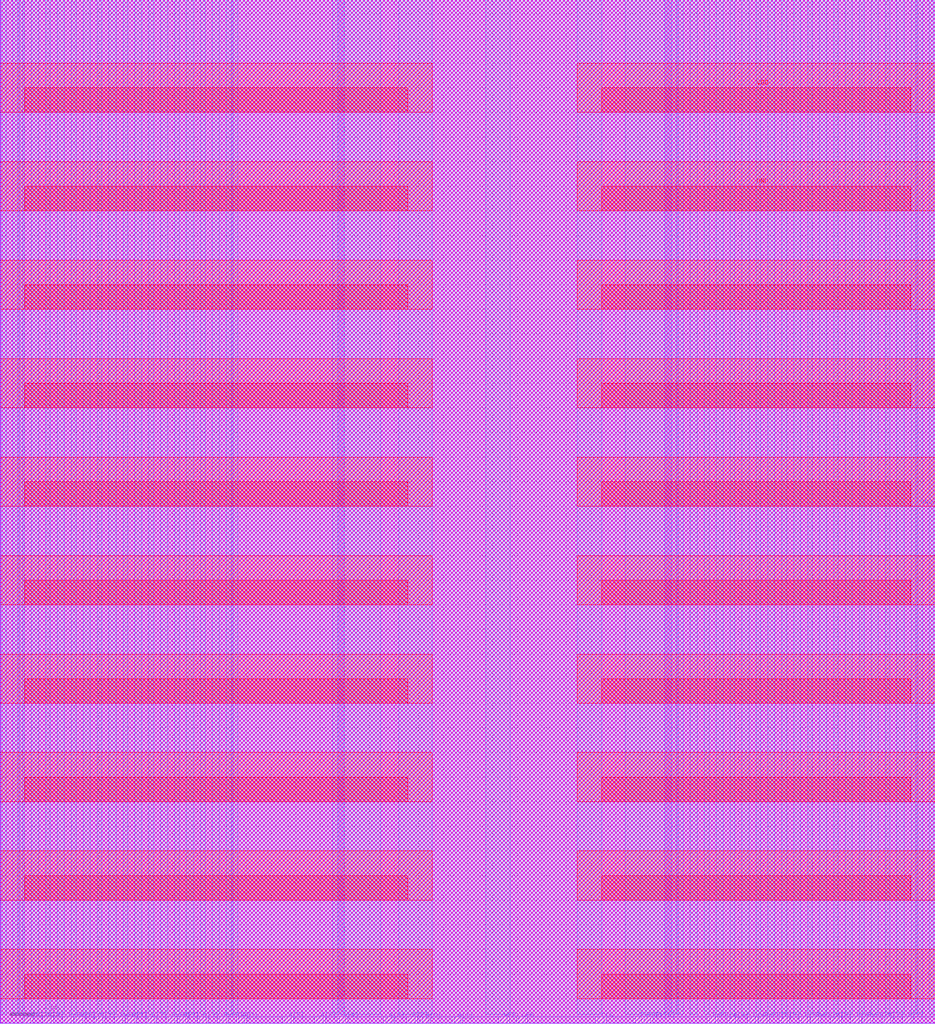
<source format=lef>
# Created by MC2 : Version 2006.09.01.d on 2024/04/08, 13:51:02

###############################################################################
#        Software       : TSMC MEMORY COMPILER 2006.09.01.d
#        Technology     : 65 nm CMOS LOGIC Low Power LowK Cu 1P9M 1.2
#                         Mix-vt logic, High-vt SRAM
#        Memory Type    : TSMC 65nm low power SP SRAM Without Redundancy
#        Library Name   : ts1n65lpa256x8m4
#        Library Version: 140a
#        Generated Time : 2024/04/08, 13:51:00
###############################################################################
#
#STATEMENT OF USE
#
#This information contains confidential and proprietary information of TSMC.
#No part of this information may be reproduced, transmitted, transcribed,
#stored in a retrieval system, or translated into any human or computer
#language, in any form or by any means, electronic, mechanical, magnetic,
#optical, chemical, manual, or otherwise, without the prior written permission
#of TSMC. This information was prepared for informational purpose and is for
#use by TSMC's customers only. TSMC reserves the right to make changes in the
#information at any time and without notice.
#
###############################################################################
 
MACRO TS1N65LPA256X8M4
	CLASS BLOCK ;
	FOREIGN TS1N65LPA256X8M4 0.0 0.0 ;
	ORIGIN 0.0 0.0 ;
	SIZE 75.965 BY 83.155 ;
	SYMMETRY X Y R90 ;

	PIN A[0]
		DIRECTION INPUT ;
		USE SIGNAL ;
		PORT
			LAYER M3 ;
			RECT 34.275 0.000 34.795 0.520 ;
			LAYER M1 ;
			RECT 34.275 0.000 34.795 0.520 ;
			LAYER M2 ;
			RECT 34.275 0.000 34.795 0.520 ;
		END
	END A[0]

	PIN A[1]
		DIRECTION INPUT ;
		USE SIGNAL ;
		PORT
			LAYER M2 ;
			RECT 36.875 0.000 37.395 0.520 ;
			LAYER M3 ;
			RECT 36.875 0.000 37.395 0.520 ;
			LAYER M1 ;
			RECT 36.875 0.000 37.395 0.520 ;
		END
	END A[1]

	PIN A[2]
		DIRECTION INPUT ;
		USE SIGNAL ;
		PORT
			LAYER M1 ;
			RECT 33.190 0.000 33.710 0.520 ;
			LAYER M3 ;
			RECT 33.190 0.000 33.710 0.520 ;
			LAYER M2 ;
			RECT 33.190 0.000 33.710 0.520 ;
		END
	END A[2]

	PIN A[3]
		DIRECTION INPUT ;
		USE SIGNAL ;
		PORT
			LAYER M2 ;
			RECT 31.310 0.000 31.830 0.520 ;
			LAYER M3 ;
			RECT 31.310 0.000 31.830 0.520 ;
			LAYER M1 ;
			RECT 31.310 0.000 31.830 0.520 ;
		END
	END A[3]

	PIN A[4]
		DIRECTION INPUT ;
		USE SIGNAL ;
		PORT
			LAYER M3 ;
			RECT 27.550 0.000 28.070 0.520 ;
			LAYER M2 ;
			RECT 27.550 0.000 28.070 0.520 ;
			LAYER M1 ;
			RECT 27.550 0.000 28.070 0.520 ;
		END
	END A[4]

	PIN A[5]
		DIRECTION INPUT ;
		USE SIGNAL ;
		PORT
			LAYER M1 ;
			RECT 23.120 0.000 23.640 0.520 ;
			LAYER M3 ;
			RECT 23.120 0.000 23.640 0.520 ;
			LAYER M2 ;
			RECT 23.120 0.000 23.640 0.520 ;
		END
	END A[5]

	PIN A[6]
		DIRECTION INPUT ;
		USE SIGNAL ;
		PORT
			LAYER M2 ;
			RECT 25.720 0.000 26.240 0.520 ;
			LAYER M1 ;
			RECT 25.720 0.000 26.240 0.520 ;
			LAYER M3 ;
			RECT 25.720 0.000 26.240 0.520 ;
		END
	END A[6]

	PIN A[7]
		DIRECTION INPUT ;
		USE SIGNAL ;
		PORT
			LAYER M2 ;
			RECT 19.360 0.000 19.880 0.520 ;
			LAYER M3 ;
			RECT 19.360 0.000 19.880 0.520 ;
			LAYER M1 ;
			RECT 19.360 0.000 19.880 0.520 ;
		END
	END A[7]

	PIN BWEB[0]
		DIRECTION INPUT ;
		USE SIGNAL ;
		PORT
			LAYER M3 ;
			RECT 5.250 0.000 5.770 0.520 ;
			LAYER M2 ;
			RECT 5.250 0.000 5.770 0.520 ;
			LAYER M1 ;
			RECT 5.250 0.000 5.770 0.520 ;
		END
	END BWEB[0]

	PIN BWEB[1]
		DIRECTION INPUT ;
		USE SIGNAL ;
		PORT
			LAYER M2 ;
			RECT 9.450 0.000 9.970 0.520 ;
			LAYER M1 ;
			RECT 9.450 0.000 9.970 0.520 ;
			LAYER M3 ;
			RECT 9.450 0.000 9.970 0.520 ;
		END
	END BWEB[1]

	PIN BWEB[2]
		DIRECTION INPUT ;
		USE SIGNAL ;
		PORT
			LAYER M2 ;
			RECT 13.650 0.000 14.170 0.520 ;
			LAYER M1 ;
			RECT 13.650 0.000 14.170 0.520 ;
			LAYER M3 ;
			RECT 13.650 0.000 14.170 0.520 ;
		END
	END BWEB[2]

	PIN BWEB[3]
		DIRECTION INPUT ;
		USE SIGNAL ;
		PORT
			LAYER M3 ;
			RECT 17.850 0.000 18.370 0.520 ;
			LAYER M1 ;
			RECT 17.850 0.000 18.370 0.520 ;
			LAYER M2 ;
			RECT 17.850 0.000 18.370 0.520 ;
		END
	END BWEB[3]

	PIN BWEB[4]
		DIRECTION INPUT ;
		USE SIGNAL ;
		PORT
			LAYER M1 ;
			RECT 57.595 0.000 58.115 0.520 ;
			LAYER M3 ;
			RECT 57.595 0.000 58.115 0.520 ;
			LAYER M2 ;
			RECT 57.595 0.000 58.115 0.520 ;
		END
	END BWEB[4]

	PIN BWEB[5]
		DIRECTION INPUT ;
		USE SIGNAL ;
		PORT
			LAYER M2 ;
			RECT 61.795 0.000 62.315 0.520 ;
			LAYER M1 ;
			RECT 61.795 0.000 62.315 0.520 ;
			LAYER M3 ;
			RECT 61.795 0.000 62.315 0.520 ;
		END
	END BWEB[5]

	PIN BWEB[6]
		DIRECTION INPUT ;
		USE SIGNAL ;
		PORT
			LAYER M2 ;
			RECT 65.995 0.000 66.515 0.520 ;
			LAYER M1 ;
			RECT 65.995 0.000 66.515 0.520 ;
			LAYER M3 ;
			RECT 65.995 0.000 66.515 0.520 ;
		END
	END BWEB[6]

	PIN BWEB[7]
		DIRECTION INPUT ;
		USE SIGNAL ;
		PORT
			LAYER M1 ;
			RECT 70.195 0.000 70.715 0.520 ;
			LAYER M2 ;
			RECT 70.195 0.000 70.715 0.520 ;
			LAYER M3 ;
			RECT 70.195 0.000 70.715 0.520 ;
		END
	END BWEB[7]

	PIN CEB
		DIRECTION INPUT ;
		USE SIGNAL ;
		PORT
			LAYER M2 ;
			RECT 42.120 0.000 42.640 0.520 ;
			LAYER M3 ;
			RECT 42.120 0.000 42.640 0.520 ;
			LAYER M1 ;
			RECT 42.120 0.000 42.640 0.520 ;
		END
	END CEB

	PIN CLK
		DIRECTION INPUT ;
		USE SIGNAL ;
		PORT
			LAYER M3 ;
			RECT 48.550 0.000 49.070 0.520 ;
			LAYER M1 ;
			RECT 48.550 0.000 49.070 0.520 ;
			LAYER M2 ;
			RECT 48.550 0.000 49.070 0.520 ;
		END
	END CLK

	PIN D[0]
		DIRECTION INPUT ;
		USE SIGNAL ;
		PORT
			LAYER M2 ;
			RECT 1.970 0.000 2.490 0.520 ;
			LAYER M3 ;
			RECT 1.970 0.000 2.490 0.520 ;
			LAYER M1 ;
			RECT 1.970 0.000 2.490 0.520 ;
		END
	END D[0]

	PIN D[1]
		DIRECTION INPUT ;
		USE SIGNAL ;
		PORT
			LAYER M1 ;
			RECT 6.170 0.000 6.690 0.520 ;
			LAYER M2 ;
			RECT 6.170 0.000 6.690 0.520 ;
			LAYER M3 ;
			RECT 6.170 0.000 6.690 0.520 ;
		END
	END D[1]

	PIN D[2]
		DIRECTION INPUT ;
		USE SIGNAL ;
		PORT
			LAYER M2 ;
			RECT 10.370 0.000 10.890 0.520 ;
			LAYER M1 ;
			RECT 10.370 0.000 10.890 0.520 ;
			LAYER M3 ;
			RECT 10.370 0.000 10.890 0.520 ;
		END
	END D[2]

	PIN D[3]
		DIRECTION INPUT ;
		USE SIGNAL ;
		PORT
			LAYER M2 ;
			RECT 14.570 0.000 15.090 0.520 ;
			LAYER M3 ;
			RECT 14.570 0.000 15.090 0.520 ;
			LAYER M1 ;
			RECT 14.570 0.000 15.090 0.520 ;
		END
	END D[3]

	PIN D[4]
		DIRECTION INPUT ;
		USE SIGNAL ;
		PORT
			LAYER M2 ;
			RECT 60.875 0.000 61.395 0.520 ;
			LAYER M3 ;
			RECT 60.875 0.000 61.395 0.520 ;
			LAYER M1 ;
			RECT 60.875 0.000 61.395 0.520 ;
		END
	END D[4]

	PIN D[5]
		DIRECTION INPUT ;
		USE SIGNAL ;
		PORT
			LAYER M2 ;
			RECT 65.075 0.000 65.595 0.520 ;
			LAYER M3 ;
			RECT 65.075 0.000 65.595 0.520 ;
			LAYER M1 ;
			RECT 65.075 0.000 65.595 0.520 ;
		END
	END D[5]

	PIN D[6]
		DIRECTION INPUT ;
		USE SIGNAL ;
		PORT
			LAYER M1 ;
			RECT 69.275 0.000 69.795 0.520 ;
			LAYER M2 ;
			RECT 69.275 0.000 69.795 0.520 ;
			LAYER M3 ;
			RECT 69.275 0.000 69.795 0.520 ;
		END
	END D[6]

	PIN D[7]
		DIRECTION INPUT ;
		USE SIGNAL ;
		PORT
			LAYER M3 ;
			RECT 73.475 0.000 73.995 0.520 ;
			LAYER M1 ;
			RECT 73.475 0.000 73.995 0.520 ;
			LAYER M2 ;
			RECT 73.475 0.000 73.995 0.520 ;
		END
	END D[7]

	PIN Q[0]
		DIRECTION OUTPUT ;
		USE SIGNAL ;
		PORT
			LAYER M2 ;
			RECT 3.610 0.000 4.130 0.520 ;
			LAYER M1 ;
			RECT 3.610 0.000 4.130 0.520 ;
			LAYER M3 ;
			RECT 3.610 0.000 4.130 0.520 ;
		END
	END Q[0]

	PIN Q[1]
		DIRECTION OUTPUT ;
		USE SIGNAL ;
		PORT
			LAYER M2 ;
			RECT 7.810 0.000 8.330 0.520 ;
			LAYER M1 ;
			RECT 7.810 0.000 8.330 0.520 ;
			LAYER M3 ;
			RECT 7.810 0.000 8.330 0.520 ;
		END
	END Q[1]

	PIN Q[2]
		DIRECTION OUTPUT ;
		USE SIGNAL ;
		PORT
			LAYER M2 ;
			RECT 12.010 0.000 12.530 0.520 ;
			LAYER M1 ;
			RECT 12.010 0.000 12.530 0.520 ;
			LAYER M3 ;
			RECT 12.010 0.000 12.530 0.520 ;
		END
	END Q[2]

	PIN Q[3]
		DIRECTION OUTPUT ;
		USE SIGNAL ;
		PORT
			LAYER M2 ;
			RECT 16.210 0.000 16.730 0.520 ;
			LAYER M1 ;
			RECT 16.210 0.000 16.730 0.520 ;
			LAYER M3 ;
			RECT 16.210 0.000 16.730 0.520 ;
		END
	END Q[3]

	PIN Q[4]
		DIRECTION OUTPUT ;
		USE SIGNAL ;
		PORT
			LAYER M2 ;
			RECT 59.235 0.000 59.755 0.520 ;
			LAYER M3 ;
			RECT 59.235 0.000 59.755 0.520 ;
			LAYER M1 ;
			RECT 59.235 0.000 59.755 0.520 ;
		END
	END Q[4]

	PIN Q[5]
		DIRECTION OUTPUT ;
		USE SIGNAL ;
		PORT
			LAYER M2 ;
			RECT 63.435 0.000 63.955 0.520 ;
			LAYER M3 ;
			RECT 63.435 0.000 63.955 0.520 ;
			LAYER M1 ;
			RECT 63.435 0.000 63.955 0.520 ;
		END
	END Q[5]

	PIN Q[6]
		DIRECTION OUTPUT ;
		USE SIGNAL ;
		PORT
			LAYER M2 ;
			RECT 67.635 0.000 68.155 0.520 ;
			LAYER M3 ;
			RECT 67.635 0.000 68.155 0.520 ;
			LAYER M1 ;
			RECT 67.635 0.000 68.155 0.520 ;
		END
	END Q[6]

	PIN Q[7]
		DIRECTION OUTPUT ;
		USE SIGNAL ;
		PORT
			LAYER M2 ;
			RECT 71.835 0.000 72.355 0.520 ;
			LAYER M3 ;
			RECT 71.835 0.000 72.355 0.520 ;
			LAYER M1 ;
			RECT 71.835 0.000 72.355 0.520 ;
		END
	END Q[7]

	PIN TSEL[0]
		DIRECTION INPUT ;
		USE SIGNAL ;
		PORT
			LAYER M2 ;
			RECT 52.325 0.000 52.845 0.520 ;
			LAYER M3 ;
			RECT 52.325 0.000 52.845 0.520 ;
			LAYER M1 ;
			RECT 52.325 0.000 52.845 0.520 ;
		END
	END TSEL[0]

	PIN TSEL[1]
		DIRECTION INPUT ;
		USE SIGNAL ;
		PORT
			LAYER M2 ;
			RECT 51.605 0.000 52.125 0.520 ;
			LAYER M3 ;
			RECT 51.605 0.000 52.125 0.520 ;
			LAYER M1 ;
			RECT 51.605 0.000 52.125 0.520 ;
		END
	END TSEL[1]

	PIN WEB
		DIRECTION INPUT ;
		USE SIGNAL ;
		PORT
			LAYER M3 ;
			RECT 40.655 0.000 41.175 0.520 ;
			LAYER M2 ;
			RECT 40.655 0.000 41.175 0.520 ;
			LAYER M1 ;
			RECT 40.655 0.000 41.175 0.520 ;
		END
	END WEB
	PIN VDD
		DIRECTION INOUT ;
		USE POWER ;
		PORT
			LAYER M5 ;
			RECT 0.000 10.000 35.090 14.000 ;
			LAYER M5 ;
			RECT 46.870 10.000 75.965 14.000 ;
			LAYER M5 ;
			RECT 0.000 26.000 35.090 30.000 ;
			LAYER M5 ;
			RECT 46.870 26.000 75.965 30.000 ;
			LAYER M5 ;
			RECT 0.000 42.000 35.090 46.000 ;
			LAYER M5 ;
			RECT 46.870 42.000 75.965 46.000 ;
			LAYER M5 ;
			RECT 0.000 58.000 35.090 62.000 ;
			LAYER M5 ;
			RECT 46.870 58.000 75.965 62.000 ;
			LAYER M5 ;
			RECT 0.000 74.000 35.090 78.000 ;
			LAYER M5 ;
			RECT 46.870 74.000 75.965 78.000 ;
		LAYER M4 ;
		RECT 0.140 0.730 0.470 83.155 ;
		LAYER M4 ;
		RECT 1.580 0.730 1.960 83.155 ;
		LAYER M4 ;
		RECT 3.680 0.730 4.060 83.155 ;
		LAYER M4 ;
		RECT 5.780 0.730 6.160 83.155 ;
		LAYER M4 ;
		RECT 7.880 0.730 8.260 83.155 ;
		LAYER M4 ;
		RECT 9.980 0.730 10.360 83.155 ;
		LAYER M4 ;
		RECT 12.080 0.730 12.460 83.155 ;
		LAYER M4 ;
		RECT 14.180 0.730 14.560 83.155 ;
		LAYER M4 ;
		RECT 16.280 0.730 16.660 83.155 ;
		LAYER M4 ;
		RECT 18.380 0.730 18.760 83.155 ;
		LAYER M4 ;
		RECT 27.930 0.730 30.930 83.155 ;
		LAYER M4 ;
		RECT 39.430 0.730 41.430 83.155 ;
		LAYER M4 ;
		RECT 46.870 0.730 48.870 83.155 ;
		LAYER M4 ;
		RECT 55.105 0.730 55.485 83.155 ;
		LAYER M4 ;
		RECT 57.205 0.730 57.585 83.155 ;
		LAYER M4 ;
		RECT 59.305 0.730 59.685 83.155 ;
		LAYER M4 ;
		RECT 61.405 0.730 61.785 83.155 ;
		LAYER M4 ;
		RECT 63.505 0.730 63.885 83.155 ;
		LAYER M4 ;
		RECT 65.605 0.730 65.985 83.155 ;
		LAYER M4 ;
		RECT 67.705 0.730 68.085 83.155 ;
		LAYER M4 ;
		RECT 69.805 0.730 70.185 83.155 ;
		LAYER M4 ;
		RECT 71.905 0.730 72.285 83.155 ;
		LAYER M4 ;
		RECT 74.005 0.730 74.385 83.155 ;
		LAYER M4 ;
		RECT 75.495 0.730 75.825 83.155 ;
		END
	END VDD

	PIN GND
		DIRECTION INOUT ;
		USE GROUND ;
		PORT
			LAYER M5 ;
			RECT 0.000 2.000 35.090 6.000 ;
			LAYER M5 ;
			RECT 46.870 2.000 75.965 6.000 ;
			LAYER M5 ;
			RECT 0.000 18.000 35.090 22.000 ;
			LAYER M5 ;
			RECT 46.870 18.000 75.965 22.000 ;
			LAYER M5 ;
			RECT 0.000 34.000 35.090 38.000 ;
			LAYER M5 ;
			RECT 46.870 34.000 75.965 38.000 ;
			LAYER M5 ;
			RECT 0.000 50.000 35.090 54.000 ;
			LAYER M5 ;
			RECT 46.870 50.000 75.965 54.000 ;
			LAYER M5 ;
			RECT 0.000 66.000 35.090 70.000 ;
			LAYER M5 ;
			RECT 46.870 66.000 75.965 70.000 ;
		LAYER M4 ;
		RECT 18.925 0.730 19.305 83.155 ;
		LAYER M4 ;
		RECT 27.030 0.730 27.430 83.155 ;
		LAYER M4 ;
		RECT 32.390 0.730 35.090 83.155 ;
		LAYER M4 ;
		RECT 50.795 0.730 53.995 83.155 ;
		LAYER M4 ;
		RECT 54.560 0.730 54.940 83.155 ;
		LAYER M4 ;
		RECT 56.055 0.730 56.635 83.155 ;
		LAYER M4 ;
		RECT 1.035 0.730 1.415 83.155 ;
		LAYER M4 ;
		RECT 2.530 0.730 3.110 83.155 ;
		LAYER M4 ;
		RECT 4.630 0.730 5.210 83.155 ;
		LAYER M4 ;
		RECT 6.730 0.730 7.310 83.155 ;
		LAYER M4 ;
		RECT 8.830 0.730 9.410 83.155 ;
		LAYER M4 ;
		RECT 10.930 0.730 11.510 83.155 ;
		LAYER M4 ;
		RECT 13.030 0.730 13.610 83.155 ;
		LAYER M4 ;
		RECT 15.130 0.730 15.710 83.155 ;
		LAYER M4 ;
		RECT 17.230 0.730 17.810 83.155 ;
		LAYER M4 ;
		RECT 58.155 0.730 58.735 83.155 ;
		LAYER M4 ;
		RECT 60.255 0.730 60.835 83.155 ;
		LAYER M4 ;
		RECT 62.355 0.730 62.935 83.155 ;
		LAYER M4 ;
		RECT 64.455 0.730 65.035 83.155 ;
		LAYER M4 ;
		RECT 66.555 0.730 67.135 83.155 ;
		LAYER M4 ;
		RECT 68.655 0.730 69.235 83.155 ;
		LAYER M4 ;
		RECT 70.755 0.730 71.335 83.155 ;
		LAYER M4 ;
		RECT 72.855 0.730 73.435 83.155 ;
		LAYER M4 ;
		RECT 74.550 0.730 74.930 83.155 ;
		END
	END GND

	OBS
		# Pmesh blockages
		LAYER M5 ;
		RECT 2.000 10.000 33.090 12.000 ;
		LAYER M5 ;
		RECT 48.870 10.000 73.965 12.000 ;
		LAYER M5 ;
		RECT 2.000 26.000 33.090 28.000 ;
		LAYER M5 ;
		RECT 48.870 26.000 73.965 28.000 ;
		LAYER M5 ;
		RECT 2.000 42.000 33.090 44.000 ;
		LAYER M5 ;
		RECT 48.870 42.000 73.965 44.000 ;
		LAYER M5 ;
		RECT 2.000 58.000 33.090 60.000 ;
		LAYER M5 ;
		RECT 48.870 58.000 73.965 60.000 ;
		LAYER M5 ;
		RECT 2.000 74.000 33.090 76.000 ;
		LAYER M5 ;
		RECT 48.870 74.000 73.965 76.000 ;
		LAYER M5 ;
		RECT 2.000 2.000 33.090 4.000 ;
		LAYER M5 ;
		RECT 48.870 2.000 73.965 4.000 ;
		LAYER M5 ;
		RECT 2.000 18.000 33.090 20.000 ;
		LAYER M5 ;
		RECT 48.870 18.000 73.965 20.000 ;
		LAYER M5 ;
		RECT 2.000 34.000 33.090 36.000 ;
		LAYER M5 ;
		RECT 48.870 34.000 73.965 36.000 ;
		LAYER M5 ;
		RECT 2.000 50.000 33.090 52.000 ;
		LAYER M5 ;
		RECT 48.870 50.000 73.965 52.000 ;
		LAYER M5 ;
		RECT 2.000 66.000 33.090 68.000 ;
		LAYER M5 ;
		RECT 48.870 66.000 73.965 68.000 ;

		# Mc2Finalize block inhibit statement blockage
		# Promoted blockages
		LAYER M1 ;
		RECT 70.875 0.000 71.675 0.520 ;
		LAYER M1 ;
		RECT 6.850 0.000 7.650 0.520 ;
		LAYER M3 ;
		RECT 6.850 0.000 7.650 0.520 ;
		LAYER M2 ;
		RECT 6.850 0.000 7.650 0.520 ;
		LAYER M1 ;
		RECT 66.675 0.000 67.475 0.520 ;
		LAYER M3 ;
		RECT 64.115 0.000 64.915 0.520 ;
		LAYER M1 ;
		RECT 64.115 0.000 64.915 0.520 ;
		LAYER M2 ;
		RECT 64.115 0.000 64.915 0.520 ;
		LAYER M2 ;
		RECT 62.475 0.000 63.275 0.520 ;
		LAYER M1 ;
		RECT 62.475 0.000 63.275 0.520 ;
		LAYER M3 ;
		RECT 62.475 0.000 63.275 0.520 ;
		LAYER M2 ;
		RECT 59.915 0.000 60.715 0.520 ;
		LAYER M3 ;
		RECT 59.915 0.000 60.715 0.520 ;
		LAYER M2 ;
		RECT 58.275 0.000 59.075 0.520 ;
		LAYER M1 ;
		RECT 53.005 0.000 57.435 0.520 ;
		LAYER M1 ;
		RECT 58.275 0.000 59.075 0.520 ;
		LAYER M3 ;
		RECT 58.275 0.000 59.075 0.520 ;
		LAYER M2 ;
		RECT 65.755 0.000 65.835 0.520 ;
		LAYER M1 ;
		RECT 61.555 0.000 61.635 0.520 ;
		LAYER M1 ;
		RECT 59.915 0.000 60.715 0.520 ;
		LAYER M2 ;
		RECT 61.555 0.000 61.635 0.520 ;
		LAYER M3 ;
		RECT 61.555 0.000 61.635 0.520 ;
		LAYER M1 ;
		RECT 69.955 0.000 70.035 0.520 ;
		LAYER M2 ;
		RECT 69.955 0.000 70.035 0.520 ;
		LAYER M3 ;
		RECT 69.955 0.000 70.035 0.520 ;
		LAYER M1 ;
		RECT 68.315 0.000 69.115 0.520 ;
		LAYER M2 ;
		RECT 68.315 0.000 69.115 0.520 ;
		LAYER M3 ;
		RECT 68.315 0.000 69.115 0.520 ;
		LAYER M2 ;
		RECT 70.875 0.000 71.675 0.520 ;
		LAYER M3 ;
		RECT 70.875 0.000 71.675 0.520 ;
		LAYER M3 ;
		RECT 72.515 0.000 73.315 0.520 ;
		LAYER M2 ;
		RECT 72.515 0.000 73.315 0.520 ;
		LAYER M1 ;
		RECT 72.515 0.000 73.315 0.520 ;
		LAYER M3 ;
		RECT 66.675 0.000 67.475 0.520 ;
		LAYER M2 ;
		RECT 66.675 0.000 67.475 0.520 ;
		LAYER M3 ;
		RECT 65.755 0.000 65.835 0.520 ;
		LAYER M1 ;
		RECT 65.755 0.000 65.835 0.520 ;
		LAYER M1 ;
		RECT 5.930 0.000 6.010 0.520 ;
		LAYER M3 ;
		RECT 5.930 0.000 6.010 0.520 ;
		LAYER M2 ;
		RECT 5.930 0.000 6.010 0.520 ;
		LAYER M1 ;
		RECT 18.530 0.000 19.200 0.520 ;
		LAYER M3 ;
		RECT 15.250 0.000 16.050 0.520 ;
		LAYER M3 ;
		RECT 20.040 0.000 22.960 0.520 ;
		LAYER M2 ;
		RECT 20.040 0.000 22.960 0.520 ;
		LAYER M1 ;
		RECT 20.040 0.000 22.960 0.520 ;
		LAYER M2 ;
		RECT 18.530 0.000 19.200 0.520 ;
		LAYER M1 ;
		RECT 14.330 0.000 14.410 0.520 ;
		LAYER M1 ;
		RECT 12.690 0.000 13.490 0.520 ;
		LAYER M2 ;
		RECT 12.690 0.000 13.490 0.520 ;
		LAYER M2 ;
		RECT 14.330 0.000 14.410 0.520 ;
		LAYER M3 ;
		RECT 14.330 0.000 14.410 0.520 ;
		LAYER M3 ;
		RECT 18.530 0.000 19.200 0.520 ;
		LAYER M1 ;
		RECT 11.050 0.000 11.850 0.520 ;
		LAYER M3 ;
		RECT 12.690 0.000 13.490 0.520 ;
		LAYER M2 ;
		RECT 11.050 0.000 11.850 0.520 ;
		LAYER M3 ;
		RECT 31.990 0.000 33.030 0.520 ;
		LAYER M1 ;
		RECT 23.800 0.000 25.560 0.520 ;
		LAYER M2 ;
		RECT 26.400 0.000 27.390 0.520 ;
		LAYER M2 ;
		RECT 16.890 0.000 17.690 0.520 ;
		LAYER M1 ;
		RECT 16.890 0.000 17.690 0.520 ;
		LAYER M2 ;
		RECT 15.250 0.000 16.050 0.520 ;
		LAYER M1 ;
		RECT 15.250 0.000 16.050 0.520 ;
		LAYER M2 ;
		RECT 28.230 0.000 31.150 0.520 ;
		LAYER M1 ;
		RECT 28.230 0.000 31.150 0.520 ;
		LAYER M3 ;
		RECT 28.230 0.000 31.150 0.520 ;
		LAYER M1 ;
		RECT 26.400 0.000 27.390 0.520 ;
		LAYER M3 ;
		RECT 26.400 0.000 27.390 0.520 ;
		LAYER M3 ;
		RECT 53.005 0.000 57.435 0.520 ;
		LAYER M2 ;
		RECT 53.005 0.000 57.435 0.520 ;
		LAYER M1 ;
		RECT 49.230 0.000 51.445 0.520 ;
		LAYER M3 ;
		RECT 49.230 0.000 51.445 0.520 ;
		LAYER M2 ;
		RECT 49.230 0.000 51.445 0.520 ;
		LAYER M2 ;
		RECT 42.800 0.000 48.390 0.520 ;
		LAYER M3 ;
		RECT 23.800 0.000 25.560 0.520 ;
		LAYER M2 ;
		RECT 23.800 0.000 25.560 0.520 ;
		LAYER M1 ;
		RECT 42.800 0.000 48.390 0.520 ;
		LAYER M3 ;
		RECT 42.800 0.000 48.390 0.520 ;
		LAYER M1 ;
		RECT 41.335 0.000 41.960 0.520 ;
		LAYER M1 ;
		RECT 37.555 0.000 40.495 0.520 ;
		LAYER M2 ;
		RECT 37.555 0.000 40.495 0.520 ;
		LAYER M2 ;
		RECT 41.335 0.000 41.960 0.520 ;
		LAYER M3 ;
		RECT 41.335 0.000 41.960 0.520 ;
		LAYER M3 ;
		RECT 37.555 0.000 40.495 0.520 ;
		LAYER M3 ;
		RECT 33.870 0.000 34.115 0.520 ;
		LAYER M1 ;
		RECT 33.870 0.000 34.115 0.520 ;
		LAYER M2 ;
		RECT 33.870 0.000 34.115 0.520 ;
		LAYER M1 ;
		RECT 34.955 0.000 36.715 0.520 ;
		LAYER M2 ;
		RECT 34.955 0.000 36.715 0.520 ;
		LAYER M3 ;
		RECT 34.955 0.000 36.715 0.520 ;
		LAYER M2 ;
		RECT 2.650 0.000 3.450 0.520 ;
		LAYER M3 ;
		RECT 2.650 0.000 3.450 0.520 ;
		LAYER M1 ;
		RECT 2.650 0.000 3.450 0.520 ;
		LAYER M4 ;
		RECT 74.385 0.730 74.550 83.155 ;
		LAYER VIA2 ;
		RECT 0.000 0.000 75.965 83.155 ;
		LAYER VIA3 ;
		RECT 0.000 0.000 75.965 83.155 ;
		LAYER M3 ;
		RECT 74.155 0.000 75.965 0.520 ;
		LAYER M2 ;
		RECT 4.290 0.000 5.090 0.520 ;
		LAYER M3 ;
		RECT 4.290 0.000 5.090 0.520 ;
		LAYER M1 ;
		RECT 4.290 0.000 5.090 0.520 ;
		LAYER M1 ;
		RECT 74.155 0.000 75.965 0.520 ;
		LAYER M2 ;
		RECT 74.155 0.000 75.965 0.520 ;
		LAYER M4 ;
		RECT 18.760 0.730 18.925 83.155 ;
		LAYER M3 ;
		RECT 1.810 0.520 75.965 83.155 ;
		LAYER M2 ;
		RECT 1.810 0.520 75.965 83.155 ;
		LAYER M4 ;
		RECT 27.430 0.730 27.930 83.155 ;
		LAYER M4 ;
		RECT 1.415 0.730 1.580 83.155 ;
		LAYER M2 ;
		RECT 0.000 0.000 1.810 83.155 ;
		LAYER M3 ;
		RECT 0.000 0.000 1.810 83.155 ;
		LAYER M1 ;
		RECT 0.000 0.000 1.810 83.155 ;
		LAYER M4 ;
		RECT 53.995 0.730 54.560 83.155 ;
		LAYER M4 ;
		RECT 54.940 0.730 55.105 83.155 ;
		LAYER M1 ;
		RECT 1.810 0.520 75.965 83.155 ;
		LAYER VIA1 ;
		RECT 0.000 0.000 75.965 83.155 ;
		LAYER M3 ;
		RECT 16.890 0.000 17.690 0.520 ;
		LAYER M1 ;
		RECT 31.990 0.000 33.030 0.520 ;
		LAYER M2 ;
		RECT 31.990 0.000 33.030 0.520 ;
		LAYER M3 ;
		RECT 11.050 0.000 11.850 0.520 ;
		LAYER M2 ;
		RECT 8.490 0.000 9.290 0.520 ;
		LAYER M3 ;
		RECT 8.490 0.000 9.290 0.520 ;
		LAYER M2 ;
		RECT 10.130 0.000 10.210 0.520 ;
		LAYER M3 ;
		RECT 10.130 0.000 10.210 0.520 ;
		LAYER M1 ;
		RECT 10.130 0.000 10.210 0.520 ;
		LAYER M1 ;
		RECT 8.490 0.000 9.290 0.520 ;
	END
	# End of OBS

END TS1N65LPA256X8M4

END LIBRARY

</source>
